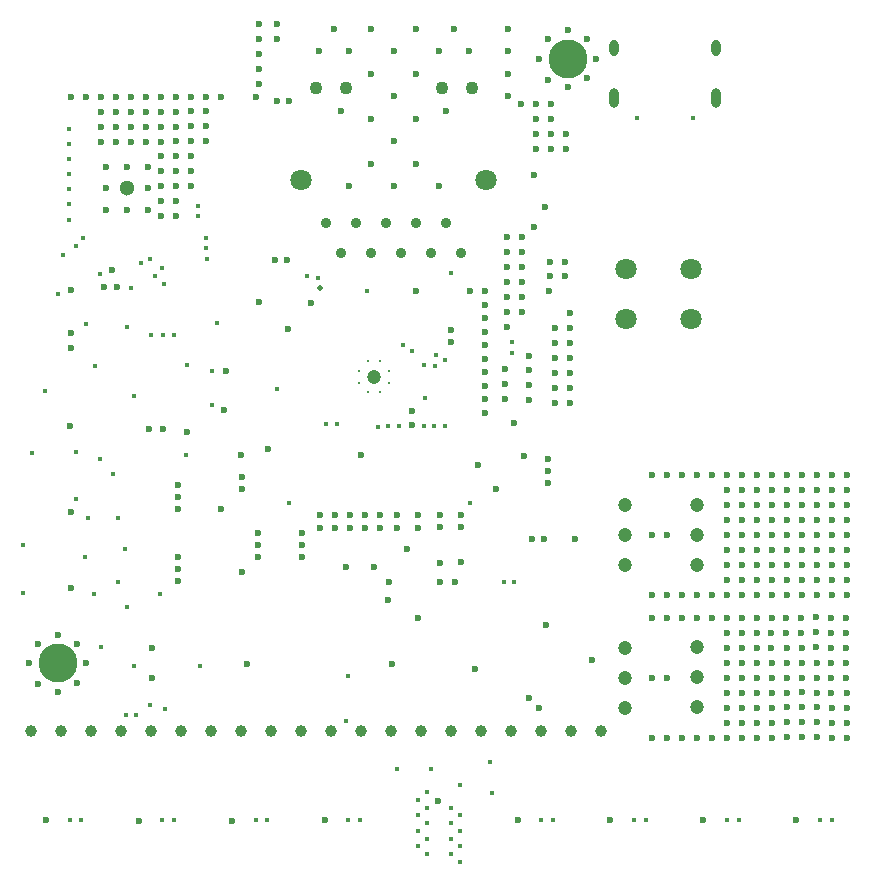
<source format=gbr>
%TF.GenerationSoftware,KiCad,Pcbnew,(6.0.8)*%
%TF.CreationDate,2023-02-19T19:21:13+03:00*%
%TF.ProjectId,ESP32-GATEWAY_Rev_G,45535033-322d-4474-9154-455741595f52,0*%
%TF.SameCoordinates,PX4260300PY8558f68*%
%TF.FileFunction,Plated,1,2,PTH,Mixed*%
%TF.FilePolarity,Positive*%
%FSLAX46Y46*%
G04 Gerber Fmt 4.6, Leading zero omitted, Abs format (unit mm)*
G04 Created by KiCad (PCBNEW (6.0.8)) date 2023-02-19 19:21:13*
%MOMM*%
%LPD*%
G01*
G04 APERTURE LIST*
%TA.AperFunction,ComponentDrill*%
%ADD10C,0.299720*%
%TD*%
%TA.AperFunction,ComponentDrill*%
%ADD11C,0.300000*%
%TD*%
%TA.AperFunction,ViaDrill*%
%ADD12C,0.400000*%
%TD*%
%TA.AperFunction,ViaDrill*%
%ADD13C,0.500000*%
%TD*%
%TA.AperFunction,ViaDrill*%
%ADD14C,0.600000*%
%TD*%
%TA.AperFunction,ComponentDrill*%
%ADD15C,0.600000*%
%TD*%
G04 aperture for slot hole*
%TA.AperFunction,ComponentDrill*%
%ADD16O,0.800000X1.400000*%
%TD*%
G04 aperture for slot hole*
%TA.AperFunction,ComponentDrill*%
%ADD17O,0.800000X1.700000*%
%TD*%
%TA.AperFunction,ComponentDrill*%
%ADD18C,0.900000*%
%TD*%
%TA.AperFunction,ComponentDrill*%
%ADD19C,1.000000*%
%TD*%
%TA.AperFunction,ComponentDrill*%
%ADD20C,1.100000*%
%TD*%
%TA.AperFunction,ComponentDrill*%
%ADD21C,1.200000*%
%TD*%
%TA.AperFunction,ComponentDrill*%
%ADD22C,1.300000*%
%TD*%
%TA.AperFunction,ComponentDrill*%
%ADD23C,1.800000*%
%TD*%
%TA.AperFunction,ComponentDrill*%
%ADD24C,3.300000*%
%TD*%
G04 APERTURE END LIST*
D10*
%TO.C,U3*%
X30849000Y40481000D03*
D11*
X29049000Y42281000D03*
X29049000Y41281000D03*
X29849000Y43081000D03*
X29849000Y40481000D03*
X30849000Y43081000D03*
X31649000Y42281000D03*
X31649000Y41281000D03*
%TD*%
D12*
X631000Y27557000D03*
X631000Y23493000D03*
X1373596Y35360000D03*
X2479143Y40610000D03*
X3622686Y48766000D03*
X4003187Y52061931D03*
X4550000Y62736000D03*
X4550000Y61466000D03*
X4550000Y60196000D03*
X4550000Y58926000D03*
X4550000Y57656000D03*
X4550000Y56386000D03*
X4550000Y55100000D03*
X4560000Y4290000D03*
X5105254Y52853819D03*
X5107510Y35406099D03*
X5107510Y31474918D03*
X5560000Y4290000D03*
X5697844Y53500732D03*
X5838000Y26540998D03*
X5965000Y46226000D03*
X6154613Y29785387D03*
X6600000Y23366000D03*
X6746831Y42670000D03*
X7133800Y50463101D03*
X7167885Y34790410D03*
X7200000Y18910588D03*
X8249900Y33532100D03*
X8630900Y29790000D03*
X8630900Y24380000D03*
X9259800Y27241700D03*
X9313587Y13159216D03*
X9394000Y45972000D03*
X9420000Y22310000D03*
X9793926Y49269812D03*
X10029000Y40130000D03*
X10035100Y17276100D03*
X10216058Y13140826D03*
X10600358Y51399500D03*
X11397444Y51785274D03*
X11410000Y13987300D03*
X11426000Y45337000D03*
X11808376Y50349872D03*
X12244828Y23431445D03*
X12401455Y50997029D03*
X12430000Y4290000D03*
X12442010Y45337000D03*
X12548555Y49657751D03*
X12674333Y13641251D03*
X13430000Y4290000D03*
X13438190Y45337000D03*
X14452273Y35199848D03*
X14474000Y42797000D03*
X15418726Y56251734D03*
X15427114Y55370000D03*
X15620000Y17280000D03*
X16116035Y53525679D03*
X16150053Y52648526D03*
X16184289Y51771382D03*
X16633000Y42289000D03*
X16633000Y39367980D03*
X17014561Y46353561D03*
X20308234Y4290126D03*
X21300000Y4290126D03*
X22113803Y40711622D03*
X23110000Y31113000D03*
X24666301Y50321179D03*
X25559530Y50187798D03*
X26284996Y37780500D03*
X27174000Y37780500D03*
X27948670Y12640081D03*
X28111100Y16449198D03*
X28170000Y4286721D03*
X29170000Y4286721D03*
X29714000Y49020000D03*
X30692412Y37537485D03*
X31566595Y37617220D03*
X32287950Y8614224D03*
X32443985Y37590000D03*
X32761988Y44448000D03*
X33524000Y43940000D03*
X34090000Y5940000D03*
X34090000Y4640000D03*
X34090000Y3340000D03*
X34090000Y2040000D03*
X34539439Y42796439D03*
X34540000Y37590000D03*
X34675000Y40000000D03*
X34790000Y5290000D03*
X34790000Y3990000D03*
X34790000Y2690000D03*
X34790000Y1390000D03*
X34800000Y6590000D03*
X35145630Y8547045D03*
X35429000Y37590000D03*
X35514546Y42711454D03*
X35561367Y43637483D03*
X36318000Y43178000D03*
X36318004Y37590000D03*
X36826000Y50544000D03*
X36900000Y5290000D03*
X36900000Y3990000D03*
X36900000Y2690000D03*
X36900000Y1390000D03*
X37600000Y4640000D03*
X37600000Y3340000D03*
X37600000Y2040000D03*
X37600000Y740000D03*
X37630000Y7240000D03*
X38477000Y31113000D03*
X40174428Y9133880D03*
X40366816Y6579635D03*
X41345655Y24408867D03*
X41993816Y44702000D03*
X42032439Y43812439D03*
X42222957Y24410185D03*
X44490000Y4283893D03*
X45490000Y4283893D03*
X52360000Y4284115D03*
X52575000Y63700000D03*
X53360000Y4284115D03*
X57375000Y63700000D03*
X60230000Y4285112D03*
X61230000Y4285112D03*
X68110000Y4285000D03*
X69110000Y4285000D03*
D13*
X25777000Y49274000D03*
D14*
X2560000Y4220000D03*
X4568000Y37589848D03*
X4680000Y65475000D03*
X4695000Y49147000D03*
X4695000Y45464000D03*
X4695000Y44194000D03*
X4695000Y23874000D03*
X4700000Y30350000D03*
X5960000Y65485000D03*
X7230000Y65485000D03*
X7230000Y64215000D03*
X7230000Y62945000D03*
X7230000Y61675000D03*
X7489000Y49401000D03*
X8180000Y50860000D03*
X8500000Y65485000D03*
X8500000Y64215000D03*
X8500000Y62945000D03*
X8500000Y61675000D03*
X8568500Y49401561D03*
X9765000Y65510000D03*
X9765000Y64240000D03*
X9765000Y61700000D03*
X9770000Y62945000D03*
X10420000Y4215669D03*
X11035000Y65510000D03*
X11035000Y64240000D03*
X11035000Y62970000D03*
X11035000Y61700000D03*
X11299000Y37336000D03*
X11540000Y16250000D03*
X11545229Y18794000D03*
X12305000Y65510000D03*
X12305000Y64240000D03*
X12305000Y62970000D03*
X12305000Y61700000D03*
X12315000Y60435000D03*
X12325000Y59165000D03*
X12325000Y57895000D03*
X12325000Y56625000D03*
X12325000Y55355000D03*
X12442000Y37336000D03*
X13575000Y65510000D03*
X13575000Y64240000D03*
X13575000Y62970000D03*
X13585000Y61720000D03*
X13585000Y60435000D03*
X13585000Y59165000D03*
X13585000Y57895000D03*
X13585000Y56625000D03*
X13585000Y55355000D03*
X13760000Y26541000D03*
X13760000Y25525000D03*
X13760000Y24509000D03*
X13766000Y32622000D03*
X13766000Y31606000D03*
X13766000Y30590000D03*
X14474000Y37082000D03*
X14845000Y65500000D03*
X14845000Y64250000D03*
X14845000Y62975000D03*
X14855000Y61720000D03*
X14855000Y60435000D03*
X14855000Y59165000D03*
X14855000Y57895000D03*
X16115000Y65500000D03*
X16115000Y64250000D03*
X16115000Y62975000D03*
X16125000Y61705000D03*
X17350000Y30575000D03*
X17385000Y65500000D03*
X17649000Y38987000D03*
X17776000Y42289000D03*
X18298234Y4212649D03*
X19046000Y35177000D03*
X19173000Y33272000D03*
X19173000Y32256000D03*
X19173000Y25271000D03*
X19590000Y17440000D03*
X20323700Y65492519D03*
X20550000Y28591000D03*
X20550000Y27575000D03*
X20550000Y26550000D03*
X20570000Y71626000D03*
X20570000Y70356000D03*
X20570000Y69086000D03*
X20570000Y67816000D03*
X20570000Y66546000D03*
X20570000Y48131000D03*
X21332000Y35685000D03*
X21967000Y51687000D03*
X22094000Y71626000D03*
X22094000Y70356000D03*
X22094000Y65149000D03*
X22957600Y51687000D03*
X23070479Y45805479D03*
X23110000Y65149000D03*
X24258000Y28593000D03*
X24258000Y27577000D03*
X24258000Y26561000D03*
X25015000Y48067500D03*
X25650000Y69340000D03*
X25777000Y30097000D03*
X25777000Y28954000D03*
X26170000Y4216721D03*
X26920000Y71245000D03*
X27047000Y30097000D03*
X27047000Y28954000D03*
X27555000Y64260000D03*
X27936000Y25652000D03*
X28190000Y69340000D03*
X28190000Y57910000D03*
X28317000Y30097000D03*
X28317000Y28954000D03*
X29206000Y35177000D03*
X29587000Y30097000D03*
X29587000Y28954000D03*
X30095000Y71245000D03*
X30095000Y67435000D03*
X30095000Y63625000D03*
X30095000Y59815000D03*
X30349000Y25652000D03*
X30857000Y30097000D03*
X30857000Y28954000D03*
X31492000Y22858000D03*
X31619000Y24382000D03*
X31870000Y17430000D03*
X32000000Y69340000D03*
X32000000Y65530000D03*
X32000000Y61720000D03*
X32000000Y57910000D03*
X32254000Y30097000D03*
X32254000Y28954000D03*
X33143000Y27176000D03*
X33524000Y38860000D03*
X33524000Y37717000D03*
X33905000Y71245000D03*
X33905000Y67435000D03*
X33905000Y63625000D03*
X33905000Y59815000D03*
X33905000Y49020000D03*
X34032000Y30097000D03*
X34032000Y28954000D03*
X34032000Y21334000D03*
X35774009Y5859842D03*
X35810000Y69340000D03*
X35810000Y57910000D03*
X35936992Y24382000D03*
X35937000Y30097000D03*
X35937000Y29081000D03*
X35937000Y26033000D03*
X36445000Y64260000D03*
X36826000Y45718000D03*
X36826000Y44702000D03*
X37080000Y71245000D03*
X37207000Y24382000D03*
X37715000Y30097000D03*
X37715000Y29081000D03*
X37715000Y26098570D03*
X38350000Y69340000D03*
X38477000Y49020000D03*
X38858000Y17016000D03*
X39154589Y34345411D03*
X39747000Y49020000D03*
X39747000Y47877000D03*
X39747000Y46734000D03*
X39747000Y45591000D03*
X39747000Y44448000D03*
X39747000Y43305000D03*
X39747000Y42162000D03*
X39747000Y41019000D03*
X39747000Y39876000D03*
X39747000Y38733000D03*
X40636000Y32256000D03*
X41450000Y42445000D03*
X41450000Y41175000D03*
X41450000Y39905000D03*
X41620000Y46035000D03*
X41625000Y53645000D03*
X41625000Y52375000D03*
X41625000Y51110000D03*
X41625000Y49840000D03*
X41625000Y48570000D03*
X41625000Y47300000D03*
X41652000Y71245000D03*
X41652000Y69340000D03*
X41652000Y67435000D03*
X41652000Y65530000D03*
X42159976Y37844020D03*
X42489227Y4220000D03*
X42795000Y64895000D03*
X42895000Y53645000D03*
X42895000Y52375000D03*
X42895000Y51110000D03*
X42895000Y49840000D03*
X42895000Y48570000D03*
X42895000Y47300000D03*
X43049000Y35050000D03*
X43430000Y14603000D03*
X43459261Y42350000D03*
X43459261Y41080000D03*
X43475000Y43575000D03*
X43475000Y39825000D03*
X43684000Y28065000D03*
X43912500Y58900000D03*
X43912500Y54450000D03*
X44050000Y61100000D03*
X44065000Y64895000D03*
X44065000Y63625000D03*
X44065000Y62355000D03*
X44300000Y13730000D03*
X44700000Y28065000D03*
X44812500Y56175000D03*
X44940000Y20740000D03*
X45081000Y34796000D03*
X45081000Y33780000D03*
X45081000Y32764000D03*
X45195000Y49010000D03*
X45200000Y51525000D03*
X45200000Y50275000D03*
X45335000Y64895000D03*
X45335000Y63625000D03*
X45335000Y62355000D03*
X45335000Y61085000D03*
X45650000Y45900000D03*
X45650000Y44630000D03*
X45650000Y43360000D03*
X45650000Y42090000D03*
X45650000Y40825000D03*
X45650000Y39555000D03*
X46470000Y51525000D03*
X46470000Y50275000D03*
X46605000Y62355000D03*
X46605000Y61085000D03*
X46920000Y45900000D03*
X46920000Y44630000D03*
X46920000Y43360000D03*
X46920000Y42090000D03*
X46920000Y40825000D03*
X46920000Y39555000D03*
X46925000Y47165000D03*
X47370700Y28090000D03*
X48775000Y17775000D03*
X50340000Y4230000D03*
X53855000Y21365000D03*
X53865000Y16285000D03*
X53880000Y33465000D03*
X53880000Y28385000D03*
X53890000Y11210000D03*
X53915000Y23310000D03*
X55130000Y21365000D03*
X55135000Y16285000D03*
X55150000Y28385000D03*
X55155000Y33465000D03*
X55160000Y11210000D03*
X55185000Y23310000D03*
X56400000Y21375000D03*
X56425000Y33475000D03*
X56430000Y11210000D03*
X56455000Y23310000D03*
X57655000Y21375000D03*
X57680000Y33475000D03*
X57690000Y11220000D03*
X57715000Y23320000D03*
X58220000Y4230000D03*
X58930000Y21375000D03*
X58955000Y33475000D03*
X58960000Y11220000D03*
X58985000Y23320000D03*
X60185000Y20115000D03*
X60185000Y18845000D03*
X60200000Y21385000D03*
X60205000Y17565000D03*
X60205000Y16295000D03*
X60205000Y15025000D03*
X60210000Y32215000D03*
X60210000Y30945000D03*
X60225000Y33485000D03*
X60230000Y29665000D03*
X60230000Y28395000D03*
X60230000Y27125000D03*
X60230000Y13760000D03*
X60230000Y12490000D03*
X60230000Y11220000D03*
X60255000Y25860000D03*
X60255000Y24590000D03*
X60255000Y23320000D03*
X61455000Y21390000D03*
X61455000Y20120000D03*
X61465000Y18850000D03*
X61465000Y17580000D03*
X61465000Y16310000D03*
X61465000Y15040000D03*
X61480000Y33490000D03*
X61480000Y32220000D03*
X61490000Y30950000D03*
X61490000Y29680000D03*
X61490000Y28410000D03*
X61490000Y27140000D03*
X61490000Y13775000D03*
X61490000Y12505000D03*
X61490000Y11235000D03*
X61515000Y25875000D03*
X61515000Y24605000D03*
X61515000Y23335000D03*
X62730000Y21390000D03*
X62730000Y20120000D03*
X62735000Y18850000D03*
X62735000Y17580000D03*
X62735000Y16310000D03*
X62755000Y33490000D03*
X62755000Y32220000D03*
X62760000Y30950000D03*
X62760000Y29680000D03*
X62760000Y28410000D03*
X62760000Y15045000D03*
X62760000Y13775000D03*
X62760000Y12505000D03*
X62760000Y11235000D03*
X62785000Y27145000D03*
X62785000Y25875000D03*
X62785000Y24605000D03*
X62785000Y23335000D03*
X63985000Y20130000D03*
X63985000Y18860000D03*
X64000000Y21400000D03*
X64005000Y17580000D03*
X64005000Y16310000D03*
X64005000Y15040000D03*
X64010000Y32230000D03*
X64010000Y30960000D03*
X64025000Y33500000D03*
X64030000Y29680000D03*
X64030000Y28410000D03*
X64030000Y27140000D03*
X64030000Y13775000D03*
X64030000Y12505000D03*
X64030000Y11235000D03*
X64055000Y25875000D03*
X64055000Y24605000D03*
X64055000Y23335000D03*
X65255000Y21400000D03*
X65255000Y20130000D03*
X65265000Y18860000D03*
X65265000Y17590000D03*
X65265000Y16320000D03*
X65265000Y15050000D03*
X65280000Y33500000D03*
X65280000Y32230000D03*
X65290000Y30960000D03*
X65290000Y29690000D03*
X65290000Y28420000D03*
X65290000Y27150000D03*
X65290000Y13785000D03*
X65290000Y12515000D03*
X65290000Y11245000D03*
X65315000Y25885000D03*
X65315000Y24615000D03*
X65315000Y23345000D03*
X66100000Y4230000D03*
X66530000Y21400000D03*
X66530000Y20130000D03*
X66535000Y18860000D03*
X66535000Y17590000D03*
X66535000Y16320000D03*
X66555000Y33500000D03*
X66555000Y32230000D03*
X66560000Y30960000D03*
X66560000Y29690000D03*
X66560000Y28420000D03*
X66560000Y15055000D03*
X66560000Y13785000D03*
X66560000Y12515000D03*
X66560000Y11245000D03*
X66585000Y27155000D03*
X66585000Y25885000D03*
X66585000Y24615000D03*
X66585000Y23345000D03*
X67785000Y20140000D03*
X67785000Y18870000D03*
X67800000Y21410000D03*
X67805000Y17590000D03*
X67805000Y16320000D03*
X67805000Y15050000D03*
X67810000Y32240000D03*
X67810000Y30970000D03*
X67825000Y33510000D03*
X67830000Y29690000D03*
X67830000Y28420000D03*
X67830000Y27150000D03*
X67830000Y13785000D03*
X67830000Y12515000D03*
X67830000Y11245000D03*
X67855000Y25885000D03*
X67855000Y24615000D03*
X67855000Y23345000D03*
X69055000Y21390000D03*
X69055000Y20120000D03*
X69065000Y18850000D03*
X69065000Y17580000D03*
X69065000Y16310000D03*
X69065000Y15040000D03*
X69080000Y33490000D03*
X69080000Y32220000D03*
X69090000Y30950000D03*
X69090000Y29680000D03*
X69090000Y28410000D03*
X69090000Y27140000D03*
X69090000Y13775000D03*
X69090000Y12505000D03*
X69090000Y11235000D03*
X69115000Y25875000D03*
X69115000Y24605000D03*
X69115000Y23335000D03*
X70330000Y21390000D03*
X70330000Y20120000D03*
X70335000Y18850000D03*
X70335000Y17580000D03*
X70335000Y16310000D03*
X70355000Y33490000D03*
X70355000Y32220000D03*
X70360000Y30950000D03*
X70360000Y29680000D03*
X70360000Y28410000D03*
X70360000Y15045000D03*
X70360000Y13775000D03*
X70360000Y12505000D03*
X70360000Y11235000D03*
X70385000Y27145000D03*
X70385000Y25875000D03*
X70385000Y24605000D03*
X70385000Y23335000D03*
D15*
%TO.C,MH2*%
X1139000Y17524000D03*
X1901000Y19175000D03*
X1901000Y15746000D03*
X3552000Y19937000D03*
X3552000Y15111000D03*
X5203000Y19175000D03*
X5203000Y15873000D03*
X5965000Y17524000D03*
%TO.C,U6*%
X7610000Y59542000D03*
X7610000Y57742000D03*
X7610000Y55942000D03*
X9410000Y59542000D03*
X9410000Y55942000D03*
X11210000Y59542000D03*
X11210000Y57742000D03*
X11210000Y55942000D03*
%TO.C,MH1*%
X44319000Y68705000D03*
X45081000Y70356000D03*
X45081000Y66927000D03*
X46732000Y71118000D03*
X46732000Y66292000D03*
X48383000Y70356000D03*
X48383000Y67054000D03*
X49145000Y68705000D03*
D16*
%TO.C,U7*%
X50655000Y69600000D03*
D17*
X50655000Y65420000D03*
D16*
X59295000Y69600000D03*
D17*
X59295000Y65420000D03*
D18*
%TO.C,*%
X26300000Y54775000D03*
%TO.C,LAN1*%
X27565000Y52226000D03*
X28835000Y54766000D03*
X30105000Y52226000D03*
X31375000Y54766000D03*
X32645000Y52226000D03*
X33915000Y54766000D03*
X35185000Y52226000D03*
X36455000Y54766000D03*
%TO.C,*%
X37715000Y52225000D03*
D19*
%TO.C,CON1*%
X1266000Y11809000D03*
X3806000Y11809000D03*
X6346000Y11809000D03*
X8886000Y11809000D03*
X11426000Y11809000D03*
X13966000Y11809000D03*
X16506000Y11809000D03*
X19046000Y11809000D03*
X21586000Y11809000D03*
X24126000Y11809000D03*
X26666000Y11809000D03*
X29206000Y11809000D03*
X31746000Y11809000D03*
X34286000Y11809000D03*
X36826000Y11809000D03*
X39366000Y11809000D03*
X41906000Y11809000D03*
X44446000Y11809000D03*
X46986000Y11809000D03*
X49526000Y11809000D03*
D20*
%TO.C,LAN1*%
X25390000Y66214500D03*
X27930000Y66214500D03*
X36070000Y66214500D03*
X38610000Y66214500D03*
D21*
%TO.C,U3*%
X30349000Y41781000D03*
%TO.C,U1*%
X51610000Y30925000D03*
X51610000Y28385000D03*
X51610000Y25845000D03*
%TO.C,U4*%
X51610000Y18850000D03*
X51610000Y16310000D03*
X51610000Y13770000D03*
%TO.C,REF\u002A\u002A*%
X57717500Y30935000D03*
X57717500Y28395000D03*
X57717500Y25855000D03*
X57725000Y18875000D03*
X57725000Y16335000D03*
X57725000Y13795000D03*
D22*
%TO.C,U6*%
X9410000Y57742000D03*
D23*
%TO.C,LAN1*%
X24200000Y58416000D03*
X39800000Y58416000D03*
%TO.C,REF\u002A\u002A*%
X51665000Y50900000D03*
%TO.C,J1*%
X51665000Y50900000D03*
X51665000Y46700000D03*
%TO.C,REF\u002A\u002A*%
X51665000Y46700000D03*
%TO.C,J1*%
X57165000Y50900000D03*
%TO.C,REF\u002A\u002A*%
X57165000Y50900000D03*
X57165000Y46700000D03*
%TO.C,J1*%
X57165000Y46700000D03*
D24*
%TO.C,MH2*%
X3552000Y17524000D03*
%TO.C,MH1*%
X46732000Y68705000D03*
M02*

</source>
